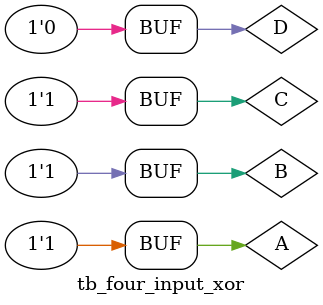
<source format=v>
module tb_four_input_xor();
    
    reg A, B, C, D;
    wire Q;
    
    four_input_xor four_input_xor_instance (
        .A(A),
        .B(B),
        .C(C),
        .D(D),
        .Q(Q)
    );
    
    
    initial
    begin
        A=0;
        B=0;
        C=0;
        D=0;
      #100;  
      #100; A=1;
      #100; B=1;
      #100; C=1;
      end
        
endmodule
</source>
